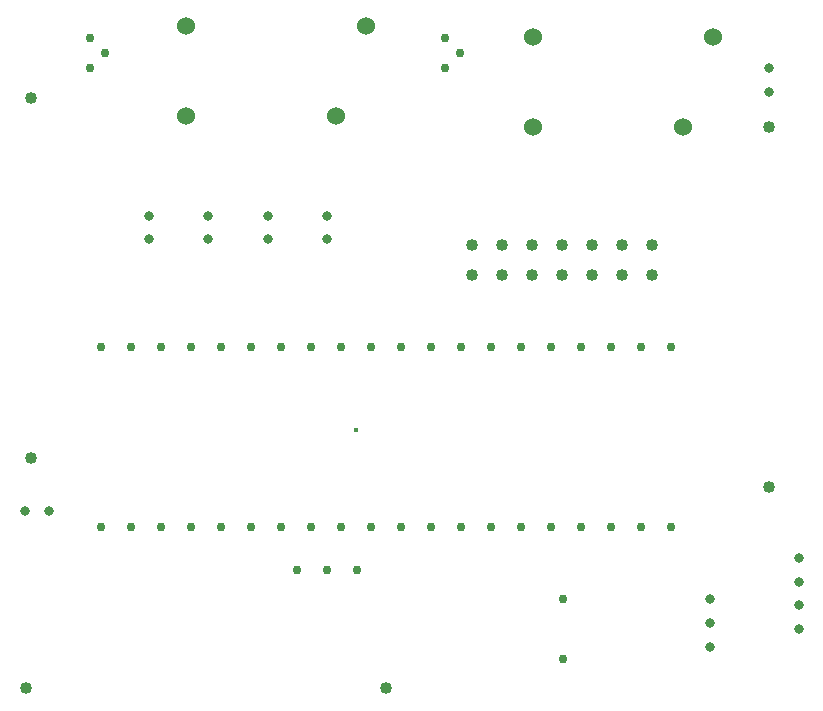
<source format=gbr>
G04 PROTEUS GERBER X2 FILE*
%TF.GenerationSoftware,Labcenter,Proteus,8.12-SP0-Build30713*%
%TF.CreationDate,2021-09-16T14:44:57+00:00*%
%TF.FileFunction,Plated,1,2,PTH*%
%TF.FilePolarity,Positive*%
%TF.Part,Single*%
%TF.SameCoordinates,{034bc27d-0c73-46ba-bb4b-be9bc49d2133}*%
%FSLAX45Y45*%
%MOMM*%
G01*
%TA.AperFunction,ViaDrill*%
%ADD52C,0.381000*%
%TA.AperFunction,ComponentDrill*%
%ADD53C,0.762000*%
%TA.AperFunction,ComponentDrill*%
%ADD54C,1.016000*%
%TA.AperFunction,ComponentDrill*%
%ADD55C,1.524000*%
%ADD56C,0.812800*%
%TD.AperFunction*%
D52*
X-254000Y-63500D03*
D53*
X-2413000Y-889000D03*
X-2159000Y-889000D03*
X-1905000Y-889000D03*
X-1651000Y-889000D03*
X-1397000Y-889000D03*
X-1143000Y-889000D03*
X-889000Y-889000D03*
X-635000Y-889000D03*
X-381000Y-889000D03*
X-127000Y-889000D03*
X+127000Y-889000D03*
X+381000Y-889000D03*
X+635000Y-889000D03*
X+889000Y-889000D03*
X+1143000Y-889000D03*
X+1397000Y-889000D03*
X+1651000Y-889000D03*
X+1905000Y-889000D03*
X+2159000Y-889000D03*
X+2413000Y-889000D03*
X+2413000Y+635000D03*
X+2159000Y+635000D03*
X+1905000Y+635000D03*
X+1651000Y+635000D03*
X+1397000Y+635000D03*
X+1143000Y+635000D03*
X+889000Y+635000D03*
X+635000Y+635000D03*
X+381000Y+635000D03*
X+127000Y+635000D03*
X-127000Y+635000D03*
X-381000Y+635000D03*
X-635000Y+635000D03*
X-889000Y+635000D03*
X-1143000Y+635000D03*
X-1397000Y+635000D03*
X-1651000Y+635000D03*
X-1905000Y+635000D03*
X-2159000Y+635000D03*
X-2413000Y+635000D03*
D54*
X+0Y-2250000D03*
X-3048000Y-2250000D03*
D55*
X-1694000Y+2594000D03*
X-1694000Y+3356000D03*
X-170000Y+3356000D03*
X-424000Y+2594000D03*
X+1250000Y+2500000D03*
X+1250000Y+3262000D03*
X+2774000Y+3262000D03*
X+2520000Y+2500000D03*
D54*
X+3250000Y-548000D03*
X+3250000Y+2500000D03*
X+730000Y+1246000D03*
X+984000Y+1246000D03*
X+1238000Y+1246000D03*
X+1492000Y+1246000D03*
X+1746000Y+1246000D03*
X+2000000Y+1246000D03*
X+2254000Y+1246000D03*
X+2254000Y+1500000D03*
X+2000000Y+1500000D03*
X+1746000Y+1500000D03*
X+1492000Y+1500000D03*
X+1238000Y+1500000D03*
X+984000Y+1500000D03*
X+730000Y+1500000D03*
X-3000000Y+2750000D03*
X-3000000Y-298000D03*
D53*
X+1500000Y-1500000D03*
X+1500000Y-2008000D03*
X-246000Y-1250000D03*
X-500000Y-1250000D03*
X-754000Y-1250000D03*
D56*
X+3500000Y-1150000D03*
X+3500000Y-1350000D03*
X+3500000Y-1550000D03*
X+3500000Y-1750000D03*
D53*
X-2500000Y+3250000D03*
X-2373000Y+3123000D03*
X-2500000Y+2996000D03*
X+500000Y+3250000D03*
X+627000Y+3123000D03*
X+500000Y+2996000D03*
D56*
X+2750000Y-1900000D03*
X+2750000Y-1700000D03*
X+2750000Y-1500000D03*
X-500000Y+1750000D03*
X-500000Y+1550000D03*
X+3250000Y+2800000D03*
X+3250000Y+3000000D03*
X-1500000Y+1750000D03*
X-1500000Y+1550000D03*
X-2850000Y-750000D03*
X-3050000Y-750000D03*
X-1000000Y+1750000D03*
X-1000000Y+1550000D03*
X-2000000Y+1750000D03*
X-2000000Y+1550000D03*
M02*

</source>
